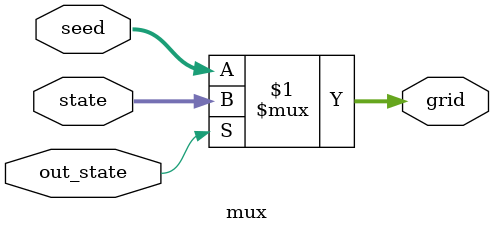
<source format=sv>
module FSM(clk, start, reset, out_state);
    input logic  clk;
    input logic  reset;
    input logic 	start;

   output logic out_state;
   //output logic state;


   

     typedef enum logic {S0,S1} statetype;
     //statetype state, next_state;
     logic state, next_state;

always_ff @(posedge clk) begin
     if (reset==1'b1) state <= S0;
     else state <= next_state;
     //state <= next_state;
   end

// next state logic
   always_comb begin
     case (state)
        S0: begin
          out_state=0;
          //next_state = S1;
          next_state=1'b1;
          
            
            end
        S1: begin
            out_state= 1;
            next_state = 1'b1;
            
            end
        default: begin
          out_state = 1;
          next_state = 1'b1;
        end
      
     endcase
   end
endmodule

module mux(out_state, seed, state, grid);
  input logic out_state;
  input logic [63:0]state;
  input logic [63:0]seed;

  output logic [63:0]grid;


  assign grid = out_state?state:seed;
endmodule

</source>
